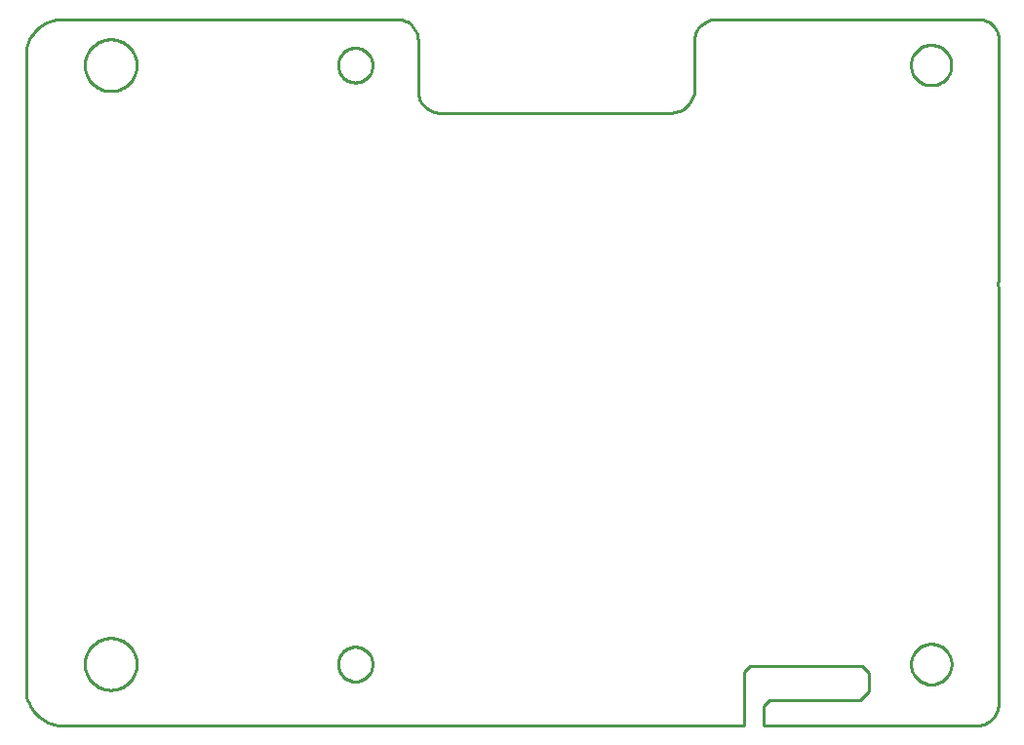
<source format=gbr>
G04 EAGLE Gerber RS-274X export*
G75*
%MOMM*%
%FSLAX34Y34*%
%LPD*%
%IN*%
%IPPOS*%
%AMOC8*
5,1,8,0,0,1.08239X$1,22.5*%
G01*
%ADD10C,0.254000*%


D10*
X87630Y114300D02*
X88265Y111399D01*
X89151Y108564D01*
X90281Y105818D01*
X91645Y103180D01*
X93235Y100671D01*
X95036Y98310D01*
X97037Y96116D01*
X99222Y94104D01*
X101573Y92290D01*
X104074Y90688D01*
X106704Y89310D01*
X109445Y88166D01*
X112275Y87266D01*
X115173Y86616D01*
X116840Y86360D01*
X710946Y86360D01*
X710946Y133096D01*
X716026Y138430D01*
X813308Y138430D01*
X819404Y132334D01*
X819404Y115824D01*
X812038Y108458D01*
X733298Y108458D01*
X728218Y103378D01*
X728218Y86360D01*
X910590Y86360D01*
X912345Y86298D01*
X914099Y86389D01*
X915838Y86632D01*
X917550Y87027D01*
X919220Y87568D01*
X920837Y88254D01*
X922388Y89077D01*
X923861Y90033D01*
X925246Y91114D01*
X926531Y92311D01*
X927707Y93615D01*
X928764Y95017D01*
X929696Y96506D01*
X930494Y98070D01*
X931152Y99698D01*
X931667Y101378D01*
X932033Y103095D01*
X932180Y104140D01*
X932180Y467360D01*
X931968Y467591D01*
X931778Y467840D01*
X931609Y468104D01*
X931464Y468382D01*
X931345Y468671D01*
X931250Y468970D01*
X931182Y469276D01*
X931142Y469587D01*
X931128Y469900D01*
X931142Y470213D01*
X931182Y470524D01*
X931250Y470830D01*
X931345Y471129D01*
X931464Y471418D01*
X931609Y471696D01*
X931778Y471960D01*
X931968Y472209D01*
X932180Y472440D01*
X932180Y680720D01*
X932221Y682273D01*
X932127Y683823D01*
X931898Y685359D01*
X931536Y686869D01*
X931043Y688342D01*
X930424Y689767D01*
X929684Y691132D01*
X928827Y692427D01*
X927861Y693643D01*
X926792Y694770D01*
X925629Y695799D01*
X924381Y696723D01*
X923057Y697535D01*
X921667Y698229D01*
X920222Y698798D01*
X918733Y699240D01*
X917211Y699550D01*
X915668Y699726D01*
X914400Y699770D01*
X687070Y699770D01*
X685434Y699726D01*
X683808Y699539D01*
X682204Y699212D01*
X680635Y698746D01*
X679112Y698145D01*
X677648Y697413D01*
X676253Y696557D01*
X674938Y695583D01*
X673713Y694497D01*
X672587Y693309D01*
X671569Y692027D01*
X670667Y690662D01*
X669887Y689223D01*
X669236Y687721D01*
X668717Y686168D01*
X668336Y684577D01*
X668096Y682958D01*
X668020Y681990D01*
X668020Y638810D01*
X667885Y636986D01*
X667591Y635181D01*
X667142Y633408D01*
X666539Y631681D01*
X665788Y630014D01*
X664895Y628418D01*
X663866Y626906D01*
X662709Y625489D01*
X661433Y624179D01*
X660048Y622984D01*
X658564Y621915D01*
X656993Y620980D01*
X655346Y620185D01*
X653635Y619537D01*
X651875Y619040D01*
X650078Y618698D01*
X648259Y618514D01*
X647700Y618490D01*
X448310Y618490D01*
X446620Y618481D01*
X444935Y618620D01*
X443269Y618904D01*
X441634Y619333D01*
X440043Y619903D01*
X438507Y620609D01*
X437039Y621446D01*
X435649Y622409D01*
X434349Y623488D01*
X433147Y624677D01*
X432054Y625966D01*
X431077Y627346D01*
X430224Y628805D01*
X429502Y630333D01*
X428915Y631918D01*
X428469Y633549D01*
X428167Y635212D01*
X428011Y636895D01*
X427990Y637540D01*
X427990Y681990D01*
X427893Y683567D01*
X427659Y685129D01*
X427290Y686664D01*
X426788Y688162D01*
X426157Y689610D01*
X425403Y690998D01*
X424531Y692315D01*
X423547Y693551D01*
X422459Y694696D01*
X421276Y695742D01*
X420006Y696681D01*
X418659Y697506D01*
X417245Y698210D01*
X415775Y698789D01*
X414260Y699237D01*
X412712Y699551D01*
X411143Y699729D01*
X410210Y699770D01*
X119380Y699770D01*
X116666Y699707D01*
X113967Y699408D01*
X111305Y698874D01*
X108700Y698111D01*
X106171Y697123D01*
X103737Y695919D01*
X101418Y694507D01*
X99231Y692899D01*
X97192Y691106D01*
X95318Y689142D01*
X93621Y687022D01*
X92116Y684762D01*
X90814Y682380D01*
X89724Y679894D01*
X88855Y677322D01*
X88213Y674683D01*
X87804Y671999D01*
X87630Y669290D01*
X87630Y668020D01*
X87630Y114300D01*
X183790Y659261D02*
X183720Y658000D01*
X183578Y656745D01*
X183367Y655501D01*
X183086Y654270D01*
X182736Y653056D01*
X182319Y651865D01*
X181836Y650698D01*
X181288Y649561D01*
X180678Y648456D01*
X180006Y647387D01*
X179275Y646357D01*
X178488Y645370D01*
X177647Y644428D01*
X176754Y643535D01*
X175812Y642694D01*
X174825Y641907D01*
X173796Y641176D01*
X172726Y640504D01*
X171621Y639894D01*
X170484Y639346D01*
X169317Y638863D01*
X168126Y638446D01*
X166912Y638096D01*
X165681Y637815D01*
X164437Y637604D01*
X163182Y637462D01*
X161921Y637392D01*
X160659Y637392D01*
X159398Y637462D01*
X158143Y637604D01*
X156899Y637815D01*
X155668Y638096D01*
X154454Y638446D01*
X153263Y638863D01*
X152096Y639346D01*
X150959Y639894D01*
X149854Y640504D01*
X148785Y641176D01*
X147755Y641907D01*
X146768Y642694D01*
X145826Y643535D01*
X144933Y644428D01*
X144092Y645370D01*
X143305Y646357D01*
X142574Y647387D01*
X141902Y648456D01*
X141292Y649561D01*
X140744Y650698D01*
X140261Y651865D01*
X139844Y653056D01*
X139494Y654270D01*
X139213Y655501D01*
X139002Y656745D01*
X138860Y658000D01*
X138790Y659261D01*
X138790Y660523D01*
X138860Y661784D01*
X139002Y663039D01*
X139213Y664283D01*
X139494Y665514D01*
X139844Y666728D01*
X140261Y667919D01*
X140744Y669086D01*
X141292Y670223D01*
X141902Y671328D01*
X142574Y672398D01*
X143305Y673427D01*
X144092Y674414D01*
X144933Y675356D01*
X145826Y676249D01*
X146768Y677090D01*
X147755Y677877D01*
X148785Y678608D01*
X149854Y679280D01*
X150959Y679890D01*
X152096Y680438D01*
X153263Y680921D01*
X154454Y681338D01*
X155668Y681688D01*
X156899Y681969D01*
X158143Y682180D01*
X159398Y682322D01*
X160659Y682392D01*
X161921Y682392D01*
X163182Y682322D01*
X164437Y682180D01*
X165681Y681969D01*
X166912Y681688D01*
X168126Y681338D01*
X169317Y680921D01*
X170484Y680438D01*
X171621Y679890D01*
X172726Y679280D01*
X173796Y678608D01*
X174825Y677877D01*
X175812Y677090D01*
X176754Y676249D01*
X177647Y675356D01*
X178488Y674414D01*
X179275Y673427D01*
X180006Y672398D01*
X180678Y671328D01*
X181288Y670223D01*
X181836Y669086D01*
X182319Y667919D01*
X182736Y666728D01*
X183086Y665514D01*
X183367Y664283D01*
X183578Y663039D01*
X183720Y661784D01*
X183790Y660523D01*
X183790Y659261D01*
X183790Y139323D02*
X183720Y138062D01*
X183578Y136807D01*
X183367Y135563D01*
X183086Y134332D01*
X182736Y133118D01*
X182319Y131927D01*
X181836Y130760D01*
X181288Y129623D01*
X180678Y128518D01*
X180006Y127449D01*
X179275Y126419D01*
X178488Y125432D01*
X177647Y124490D01*
X176754Y123597D01*
X175812Y122756D01*
X174825Y121969D01*
X173796Y121238D01*
X172726Y120566D01*
X171621Y119956D01*
X170484Y119408D01*
X169317Y118925D01*
X168126Y118508D01*
X166912Y118158D01*
X165681Y117877D01*
X164437Y117666D01*
X163182Y117524D01*
X161921Y117454D01*
X160659Y117454D01*
X159398Y117524D01*
X158143Y117666D01*
X156899Y117877D01*
X155668Y118158D01*
X154454Y118508D01*
X153263Y118925D01*
X152096Y119408D01*
X150959Y119956D01*
X149854Y120566D01*
X148785Y121238D01*
X147755Y121969D01*
X146768Y122756D01*
X145826Y123597D01*
X144933Y124490D01*
X144092Y125432D01*
X143305Y126419D01*
X142574Y127449D01*
X141902Y128518D01*
X141292Y129623D01*
X140744Y130760D01*
X140261Y131927D01*
X139844Y133118D01*
X139494Y134332D01*
X139213Y135563D01*
X139002Y136807D01*
X138860Y138062D01*
X138790Y139323D01*
X138790Y140585D01*
X138860Y141846D01*
X139002Y143101D01*
X139213Y144345D01*
X139494Y145576D01*
X139844Y146790D01*
X140261Y147981D01*
X140744Y149148D01*
X141292Y150285D01*
X141902Y151390D01*
X142574Y152460D01*
X143305Y153489D01*
X144092Y154476D01*
X144933Y155418D01*
X145826Y156311D01*
X146768Y157152D01*
X147755Y157939D01*
X148785Y158670D01*
X149854Y159342D01*
X150959Y159952D01*
X152096Y160500D01*
X153263Y160983D01*
X154454Y161400D01*
X155668Y161750D01*
X156899Y162031D01*
X158143Y162242D01*
X159398Y162384D01*
X160659Y162454D01*
X161921Y162454D01*
X163182Y162384D01*
X164437Y162242D01*
X165681Y162031D01*
X166912Y161750D01*
X168126Y161400D01*
X169317Y160983D01*
X170484Y160500D01*
X171621Y159952D01*
X172726Y159342D01*
X173796Y158670D01*
X174825Y157939D01*
X175812Y157152D01*
X176754Y156311D01*
X177647Y155418D01*
X178488Y154476D01*
X179275Y153489D01*
X180006Y152460D01*
X180678Y151390D01*
X181288Y150285D01*
X181836Y149148D01*
X182319Y147981D01*
X182736Y146790D01*
X183086Y145576D01*
X183367Y144345D01*
X183578Y143101D01*
X183720Y141846D01*
X183790Y140585D01*
X183790Y139323D01*
X891180Y139253D02*
X891105Y138106D01*
X890955Y136967D01*
X890731Y135840D01*
X890434Y134731D01*
X890065Y133643D01*
X889625Y132581D01*
X889117Y131551D01*
X888542Y130556D01*
X887904Y129601D01*
X887205Y128689D01*
X886447Y127825D01*
X885635Y127013D01*
X884771Y126255D01*
X883860Y125556D01*
X882904Y124918D01*
X881909Y124343D01*
X880879Y123835D01*
X879817Y123395D01*
X878730Y123026D01*
X877620Y122729D01*
X876493Y122505D01*
X875354Y122355D01*
X874207Y122280D01*
X873059Y122280D01*
X871912Y122355D01*
X870773Y122505D01*
X869646Y122729D01*
X868537Y123026D01*
X867449Y123395D01*
X866387Y123835D01*
X865357Y124343D01*
X864362Y124918D01*
X863407Y125556D01*
X862495Y126255D01*
X861631Y127013D01*
X860819Y127825D01*
X860061Y128689D01*
X859362Y129601D01*
X858724Y130556D01*
X858149Y131551D01*
X857641Y132581D01*
X857201Y133643D01*
X856832Y134731D01*
X856535Y135840D01*
X856311Y136967D01*
X856161Y138106D01*
X856086Y139253D01*
X856086Y140401D01*
X856161Y141548D01*
X856311Y142687D01*
X856535Y143814D01*
X856832Y144924D01*
X857201Y146011D01*
X857641Y147073D01*
X858149Y148103D01*
X858724Y149098D01*
X859362Y150054D01*
X860061Y150965D01*
X860819Y151829D01*
X861631Y152641D01*
X862495Y153399D01*
X863407Y154098D01*
X864362Y154736D01*
X865357Y155311D01*
X866387Y155819D01*
X867449Y156259D01*
X868537Y156628D01*
X869646Y156925D01*
X870773Y157149D01*
X871912Y157299D01*
X873059Y157374D01*
X874207Y157374D01*
X875354Y157299D01*
X876493Y157149D01*
X877620Y156925D01*
X878730Y156628D01*
X879817Y156259D01*
X880879Y155819D01*
X881909Y155311D01*
X882904Y154736D01*
X883860Y154098D01*
X884771Y153399D01*
X885635Y152641D01*
X886447Y151829D01*
X887205Y150965D01*
X887904Y150054D01*
X888542Y149098D01*
X889117Y148103D01*
X889625Y147073D01*
X890065Y146011D01*
X890434Y144924D01*
X890731Y143814D01*
X890955Y142687D01*
X891105Y141548D01*
X891180Y140401D01*
X891180Y139253D01*
X891053Y659368D02*
X890978Y658222D01*
X890828Y657083D01*
X890604Y655956D01*
X890307Y654846D01*
X889938Y653758D01*
X889498Y652697D01*
X888990Y651667D01*
X888415Y650672D01*
X887777Y649716D01*
X887078Y648805D01*
X886320Y647941D01*
X885508Y647129D01*
X884644Y646371D01*
X883733Y645672D01*
X882777Y645033D01*
X881782Y644459D01*
X880752Y643951D01*
X879690Y643511D01*
X878603Y643142D01*
X877493Y642845D01*
X876366Y642620D01*
X875227Y642471D01*
X874080Y642395D01*
X872932Y642395D01*
X871785Y642471D01*
X870646Y642620D01*
X869519Y642845D01*
X868410Y643142D01*
X867322Y643511D01*
X866260Y643951D01*
X865230Y644459D01*
X864235Y645033D01*
X863280Y645672D01*
X862368Y646371D01*
X861504Y647129D01*
X860692Y647941D01*
X859934Y648805D01*
X859235Y649716D01*
X858597Y650672D01*
X858022Y651667D01*
X857514Y652697D01*
X857074Y653758D01*
X856705Y654846D01*
X856408Y655956D01*
X856184Y657083D01*
X856034Y658222D01*
X855959Y659368D01*
X855959Y660517D01*
X856034Y661664D01*
X856184Y662803D01*
X856408Y663930D01*
X856705Y665039D01*
X857074Y666127D01*
X857514Y667189D01*
X858022Y668219D01*
X858597Y669214D01*
X859235Y670169D01*
X859934Y671081D01*
X860692Y671945D01*
X861504Y672757D01*
X862368Y673514D01*
X863280Y674214D01*
X864235Y674852D01*
X865230Y675427D01*
X866260Y675935D01*
X867322Y676374D01*
X868410Y676744D01*
X869519Y677041D01*
X870646Y677265D01*
X871785Y677415D01*
X872932Y677490D01*
X874080Y677490D01*
X875227Y677415D01*
X876366Y677265D01*
X877493Y677041D01*
X878603Y676744D01*
X879690Y676374D01*
X880752Y675935D01*
X881782Y675427D01*
X882777Y674852D01*
X883733Y674214D01*
X884644Y673514D01*
X885508Y672757D01*
X886320Y671945D01*
X887078Y671081D01*
X887777Y670169D01*
X888415Y669214D01*
X888990Y668219D01*
X889498Y667189D01*
X889938Y666127D01*
X890307Y665039D01*
X890604Y663930D01*
X890828Y662803D01*
X890978Y661664D01*
X891053Y660517D01*
X891053Y659368D01*
X388634Y659356D02*
X388558Y658288D01*
X388405Y657227D01*
X388177Y656180D01*
X387875Y655152D01*
X387501Y654148D01*
X387056Y653173D01*
X386542Y652233D01*
X385963Y651332D01*
X385321Y650474D01*
X384619Y649664D01*
X383862Y648907D01*
X383052Y648205D01*
X382194Y647563D01*
X381293Y646984D01*
X380353Y646470D01*
X379378Y646025D01*
X378374Y645651D01*
X377346Y645349D01*
X376299Y645121D01*
X375238Y644968D01*
X374170Y644892D01*
X373098Y644892D01*
X372030Y644968D01*
X370969Y645121D01*
X369922Y645349D01*
X368894Y645651D01*
X367890Y646025D01*
X366915Y646470D01*
X365975Y646984D01*
X365074Y647563D01*
X364216Y648205D01*
X363406Y648907D01*
X362649Y649664D01*
X361947Y650474D01*
X361305Y651332D01*
X360726Y652233D01*
X360212Y653173D01*
X359767Y654148D01*
X359393Y655152D01*
X359091Y656180D01*
X358863Y657227D01*
X358710Y658288D01*
X358634Y659356D01*
X358634Y660428D01*
X358710Y661496D01*
X358863Y662557D01*
X359091Y663604D01*
X359393Y664632D01*
X359767Y665636D01*
X360212Y666611D01*
X360726Y667551D01*
X361305Y668452D01*
X361947Y669310D01*
X362649Y670120D01*
X363406Y670877D01*
X364216Y671579D01*
X365074Y672221D01*
X365975Y672800D01*
X366915Y673314D01*
X367890Y673759D01*
X368894Y674133D01*
X369922Y674435D01*
X370969Y674663D01*
X372030Y674816D01*
X373098Y674892D01*
X374170Y674892D01*
X375238Y674816D01*
X376299Y674663D01*
X377346Y674435D01*
X378374Y674133D01*
X379378Y673759D01*
X380353Y673314D01*
X381293Y672800D01*
X382194Y672221D01*
X383052Y671579D01*
X383862Y670877D01*
X384619Y670120D01*
X385321Y669310D01*
X385963Y668452D01*
X386542Y667551D01*
X387056Y666611D01*
X387501Y665636D01*
X387875Y664632D01*
X388177Y663604D01*
X388405Y662557D01*
X388558Y661496D01*
X388634Y660428D01*
X388634Y659356D01*
X388634Y139291D02*
X388558Y138223D01*
X388405Y137162D01*
X388177Y136115D01*
X387875Y135087D01*
X387501Y134083D01*
X387056Y133108D01*
X386542Y132168D01*
X385963Y131267D01*
X385321Y130409D01*
X384619Y129599D01*
X383862Y128842D01*
X383052Y128140D01*
X382194Y127498D01*
X381293Y126919D01*
X380353Y126405D01*
X379378Y125960D01*
X378374Y125586D01*
X377346Y125284D01*
X376299Y125056D01*
X375238Y124903D01*
X374170Y124827D01*
X373098Y124827D01*
X372030Y124903D01*
X370969Y125056D01*
X369922Y125284D01*
X368894Y125586D01*
X367890Y125960D01*
X366915Y126405D01*
X365975Y126919D01*
X365074Y127498D01*
X364216Y128140D01*
X363406Y128842D01*
X362649Y129599D01*
X361947Y130409D01*
X361305Y131267D01*
X360726Y132168D01*
X360212Y133108D01*
X359767Y134083D01*
X359393Y135087D01*
X359091Y136115D01*
X358863Y137162D01*
X358710Y138223D01*
X358634Y139291D01*
X358634Y140363D01*
X358710Y141431D01*
X358863Y142492D01*
X359091Y143539D01*
X359393Y144567D01*
X359767Y145571D01*
X360212Y146546D01*
X360726Y147486D01*
X361305Y148387D01*
X361947Y149245D01*
X362649Y150055D01*
X363406Y150812D01*
X364216Y151514D01*
X365074Y152156D01*
X365975Y152735D01*
X366915Y153249D01*
X367890Y153694D01*
X368894Y154068D01*
X369922Y154370D01*
X370969Y154598D01*
X372030Y154751D01*
X373098Y154827D01*
X374170Y154827D01*
X375238Y154751D01*
X376299Y154598D01*
X377346Y154370D01*
X378374Y154068D01*
X379378Y153694D01*
X380353Y153249D01*
X381293Y152735D01*
X382194Y152156D01*
X383052Y151514D01*
X383862Y150812D01*
X384619Y150055D01*
X385321Y149245D01*
X385963Y148387D01*
X386542Y147486D01*
X387056Y146546D01*
X387501Y145571D01*
X387875Y144567D01*
X388177Y143539D01*
X388405Y142492D01*
X388558Y141431D01*
X388634Y140363D01*
X388634Y139291D01*
M02*

</source>
